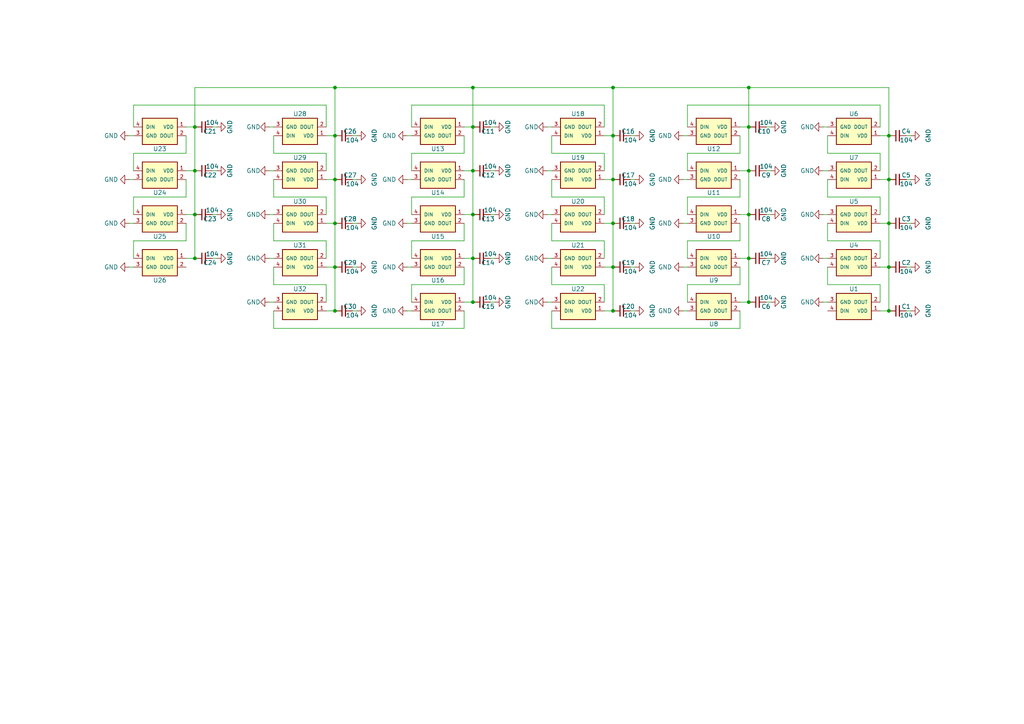
<source format=kicad_sch>
(kicad_sch (version 20230121) (generator eeschema)
  (paper "A4")
  (lib_symbols
    (symbol "Device:C_Small" (pin_numbers hide) (pin_names (offset 0.254) hide)
      (property "Reference" "C" (at 0.254 1.778 0))
      (property "Value" "C_Small" (at 0.254 -2.032 0))
      (symbol "C_Small_0_1"
        (polyline (pts (xy -1.524 -0.508) (xy 1.524 -0.508)) (stroke (width 0.3302)))
        (polyline (pts (xy -1.524 0.508) (xy 1.524 0.508)) (stroke (width 0.3048)))
      )
      (symbol "C_Small_1_1"
        (pin passive line (at 0 2.54 270) (length 2.032) (name "~") (number "1"))
        (pin passive line (at 0 -2.54 90) (length 2.032) (name "~") (number "2"))
      )
    )
    (symbol "SofleKeyboard:SK6812MINI-E" (pin_names (offset 1.016))
      (property "Reference" "U" (at 0 5.08 0))
      (property "Value" "SK6812MINI-E" (at 0 -5.08 0))
      (symbol "SK6812MINI-E_0_0"
        (rectangle (start -5.08 3.81) (end 5.08 -3.81) (stroke (width 0.254)) (fill (type background)))
      )
      (symbol "SK6812MINI-E_1_0"
        (pin power_in line (at -7.62 1.27 0) (length 2.54) (name "VDD") (number "1"))
        (pin output line (at -7.62 -1.27 0) (length 2.54) (name "DOUT") (number "2"))
        (pin bidirectional line (at 7.62 -1.27 180) (length 2.54) (name "GND") (number "3"))
        (pin power_in line (at 7.62 1.27 180) (length 2.54) (name "DIN") (number "4"))
      )
    )
    (symbol "power:GND" (power) (pin_names (offset 0))
      (property "Value" "GND" (at 0 -3.81 0))
      (symbol "GND_0_1"
        (polyline (pts (xy 0 0) (xy 0 -1.27) (xy 1.27 -1.27) (xy 0 -2.54) (xy -1.27 -1.27) (xy 0 -1.27)))
      )
      (symbol "GND_1_1"
        (pin power_in line (at 0 0 270) (length 0) hide (name "GND") (number "1"))
      )
    )
  )
  (junction (at 97.155 39.37))
  (junction (at 217.17 25.4))
  (junction (at 97.155 52.07))
  (junction (at 56.515 74.93))
  (junction (at 217.17 36.83))
  (junction (at 257.81 39.37))
  (junction (at 177.8 64.77))
  (junction (at 97.155 77.47))
  (junction (at 257.81 52.07))
  (junction (at 97.155 25.4))
  (junction (at 137.16 62.23))
  (junction (at 56.515 49.53))
  (junction (at 137.16 36.83))
  (junction (at 217.17 49.53))
  (junction (at 217.17 87.63))
  (junction (at 97.155 64.77))
  (junction (at 217.17 74.93))
  (junction (at 97.155 90.17))
  (junction (at 177.8 52.07))
  (junction (at 217.17 62.23))
  (junction (at 137.16 49.53))
  (junction (at 137.16 25.4))
  (junction (at 257.81 64.77))
  (junction (at 257.81 77.47))
  (junction (at 137.16 74.93))
  (junction (at 177.8 25.4))
  (junction (at 177.8 39.37))
  (junction (at 137.16 87.63))
  (junction (at 56.515 62.23))
  (junction (at 56.515 36.83))
  (junction (at 177.8 90.17))
  (junction (at 177.8 77.47))
  (junction (at 257.81 90.17))
  (wire (pts (xy 97.155 52.07) (xy 97.155 64.77)))
  (wire (pts (xy 37.465 39.37) (xy 38.735 39.37)))
  (wire (pts (xy 158.75 36.83) (xy 160.02 36.83)))
  (wire (pts (xy 184.15 64.77) (xy 182.88 64.77)))
  (wire (pts (xy 198.12 64.77) (xy 199.39 64.77)))
  (wire (pts (xy 94.615 62.23) (xy 94.615 57.15)))
  (wire (pts (xy 134.62 90.17) (xy 134.62 95.25)))
  (wire (pts (xy 103.505 52.07) (xy 102.235 52.07)))
  (wire (pts (xy 158.75 87.63) (xy 160.02 87.63)))
  (wire (pts (xy 214.63 44.45) (xy 199.39 44.45)))
  (wire (pts (xy 118.11 64.77) (xy 119.38 64.77)))
  (wire (pts (xy 184.15 52.07) (xy 182.88 52.07)))
  (wire (pts (xy 119.38 49.53) (xy 119.38 44.45)))
  (wire (pts (xy 160.02 64.77) (xy 160.02 69.85)))
  (wire (pts (xy 119.38 36.83) (xy 119.38 30.48)))
  (wire (pts (xy 217.17 36.83) (xy 217.17 49.53)))
  (wire (pts (xy 255.27 57.15) (xy 240.03 57.15)))
  (wire (pts (xy 177.8 52.07) (xy 175.26 52.07)))
  (wire (pts (xy 118.11 90.17) (xy 119.38 90.17)))
  (wire (pts (xy 223.52 87.63) (xy 222.25 87.63)))
  (wire (pts (xy 94.615 69.85) (xy 79.375 69.85)))
  (wire (pts (xy 137.16 87.63) (xy 134.62 87.63)))
  (wire (pts (xy 56.515 62.23) (xy 56.515 74.93)))
  (wire (pts (xy 160.02 95.25) (xy 214.63 95.25)))
  (wire (pts (xy 175.26 30.48) (xy 175.26 36.83)))
  (wire (pts (xy 240.03 52.07) (xy 240.03 57.15)))
  (wire (pts (xy 56.515 62.23) (xy 53.975 62.23)))
  (wire (pts (xy 223.52 74.93) (xy 222.25 74.93)))
  (wire (pts (xy 198.12 77.47) (xy 199.39 77.47)))
  (wire (pts (xy 184.15 39.37) (xy 182.88 39.37)))
  (wire (pts (xy 53.975 44.45) (xy 38.735 44.45)))
  (wire (pts (xy 198.12 90.17) (xy 199.39 90.17)))
  (wire (pts (xy 184.15 77.47) (xy 182.88 77.47)))
  (wire (pts (xy 97.155 39.37) (xy 94.615 39.37)))
  (wire (pts (xy 264.16 77.47) (xy 262.89 77.47)))
  (wire (pts (xy 143.51 36.83) (xy 142.24 36.83)))
  (wire (pts (xy 118.11 52.07) (xy 119.38 52.07)))
  (wire (pts (xy 134.62 57.15) (xy 119.38 57.15)))
  (wire (pts (xy 143.51 74.93) (xy 142.24 74.93)))
  (wire (pts (xy 97.155 77.47) (xy 97.155 90.17)))
  (wire (pts (xy 257.81 39.37) (xy 257.81 52.07)))
  (wire (pts (xy 264.16 52.07) (xy 262.89 52.07)))
  (wire (pts (xy 143.51 87.63) (xy 142.24 87.63)))
  (wire (pts (xy 78.105 74.93) (xy 79.375 74.93)))
  (wire (pts (xy 137.16 74.93) (xy 137.16 87.63)))
  (wire (pts (xy 160.02 52.07) (xy 160.02 57.15)))
  (wire (pts (xy 118.11 77.47) (xy 119.38 77.47)))
  (wire (pts (xy 184.15 90.17) (xy 182.88 90.17)))
  (wire (pts (xy 78.105 36.83) (xy 79.375 36.83)))
  (wire (pts (xy 134.62 95.25) (xy 79.375 95.25)))
  (wire (pts (xy 119.38 30.48) (xy 175.26 30.48)))
  (wire (pts (xy 103.505 39.37) (xy 102.235 39.37)))
  (wire (pts (xy 94.615 82.55) (xy 79.375 82.55)))
  (wire (pts (xy 223.52 62.23) (xy 222.25 62.23)))
  (wire (pts (xy 62.865 74.93) (xy 61.595 74.93)))
  (wire (pts (xy 214.63 52.07) (xy 214.63 57.15)))
  (wire (pts (xy 97.155 52.07) (xy 94.615 52.07)))
  (wire (pts (xy 257.81 77.47) (xy 255.27 77.47)))
  (wire (pts (xy 143.51 49.53) (xy 142.24 49.53)))
  (wire (pts (xy 103.505 90.17) (xy 102.235 90.17)))
  (wire (pts (xy 255.27 49.53) (xy 255.27 44.45)))
  (wire (pts (xy 62.865 62.23) (xy 61.595 62.23)))
  (wire (pts (xy 94.615 87.63) (xy 94.615 82.55)))
  (wire (pts (xy 175.26 57.15) (xy 160.02 57.15)))
  (wire (pts (xy 217.17 87.63) (xy 214.63 87.63)))
  (wire (pts (xy 137.16 62.23) (xy 137.16 74.93)))
  (wire (pts (xy 62.865 36.83) (xy 61.595 36.83)))
  (wire (pts (xy 238.76 49.53) (xy 240.03 49.53)))
  (wire (pts (xy 97.155 25.4) (xy 137.16 25.4)))
  (wire (pts (xy 94.615 57.15) (xy 79.375 57.15)))
  (wire (pts (xy 175.26 74.93) (xy 175.26 69.85)))
  (wire (pts (xy 199.39 30.48) (xy 255.27 30.48)))
  (wire (pts (xy 94.615 74.93) (xy 94.615 69.85)))
  (wire (pts (xy 257.81 64.77) (xy 257.81 77.47)))
  (wire (pts (xy 217.17 25.4) (xy 217.17 36.83)))
  (wire (pts (xy 257.81 52.07) (xy 257.81 64.77)))
  (wire (pts (xy 134.62 82.55) (xy 119.38 82.55)))
  (wire (pts (xy 38.735 62.23) (xy 38.735 57.15)))
  (wire (pts (xy 240.03 39.37) (xy 240.03 44.45)))
  (wire (pts (xy 214.63 82.55) (xy 199.39 82.55)))
  (wire (pts (xy 53.975 64.77) (xy 53.975 69.85)))
  (wire (pts (xy 53.975 57.15) (xy 38.735 57.15)))
  (wire (pts (xy 257.81 52.07) (xy 255.27 52.07)))
  (wire (pts (xy 79.375 39.37) (xy 79.375 44.45)))
  (wire (pts (xy 238.76 74.93) (xy 240.03 74.93)))
  (wire (pts (xy 177.8 64.77) (xy 177.8 77.47)))
  (wire (pts (xy 137.16 74.93) (xy 134.62 74.93)))
  (wire (pts (xy 94.615 30.48) (xy 94.615 36.83)))
  (wire (pts (xy 38.735 49.53) (xy 38.735 44.45)))
  (wire (pts (xy 56.515 36.83) (xy 53.975 36.83)))
  (wire (pts (xy 217.17 25.4) (xy 257.81 25.4)))
  (wire (pts (xy 257.81 90.17) (xy 255.27 90.17)))
  (wire (pts (xy 78.105 87.63) (xy 79.375 87.63)))
  (wire (pts (xy 158.75 74.93) (xy 160.02 74.93)))
  (wire (pts (xy 255.27 44.45) (xy 240.03 44.45)))
  (wire (pts (xy 177.8 52.07) (xy 177.8 64.77)))
  (wire (pts (xy 175.26 49.53) (xy 175.26 44.45)))
  (wire (pts (xy 137.16 25.4) (xy 177.8 25.4)))
  (wire (pts (xy 223.52 49.53) (xy 222.25 49.53)))
  (wire (pts (xy 217.17 74.93) (xy 214.63 74.93)))
  (wire (pts (xy 56.515 25.4) (xy 97.155 25.4)))
  (wire (pts (xy 217.17 49.53) (xy 217.17 62.23)))
  (wire (pts (xy 134.62 52.07) (xy 134.62 57.15)))
  (wire (pts (xy 255.27 82.55) (xy 240.03 82.55)))
  (wire (pts (xy 264.16 39.37) (xy 262.89 39.37)))
  (wire (pts (xy 38.735 36.83) (xy 38.735 30.48)))
  (wire (pts (xy 177.8 25.4) (xy 217.17 25.4)))
  (wire (pts (xy 199.39 87.63) (xy 199.39 82.55)))
  (wire (pts (xy 143.51 62.23) (xy 142.24 62.23)))
  (wire (pts (xy 160.02 77.47) (xy 160.02 82.55)))
  (wire (pts (xy 217.17 62.23) (xy 214.63 62.23)))
  (wire (pts (xy 137.16 49.53) (xy 137.16 62.23)))
  (wire (pts (xy 175.26 82.55) (xy 160.02 82.55)))
  (wire (pts (xy 255.27 87.63) (xy 255.27 82.55)))
  (wire (pts (xy 137.16 62.23) (xy 134.62 62.23)))
  (wire (pts (xy 214.63 64.77) (xy 214.63 69.85)))
  (wire (pts (xy 177.8 64.77) (xy 175.26 64.77)))
  (wire (pts (xy 134.62 64.77) (xy 134.62 69.85)))
  (wire (pts (xy 158.75 62.23) (xy 160.02 62.23)))
  (wire (pts (xy 37.465 77.47) (xy 38.735 77.47)))
  (wire (pts (xy 257.81 64.77) (xy 255.27 64.77)))
  (wire (pts (xy 160.02 39.37) (xy 160.02 44.45)))
  (wire (pts (xy 255.27 62.23) (xy 255.27 57.15)))
  (wire (pts (xy 238.76 62.23) (xy 240.03 62.23)))
  (wire (pts (xy 134.62 44.45) (xy 119.38 44.45)))
  (wire (pts (xy 198.12 39.37) (xy 199.39 39.37)))
  (wire (pts (xy 56.515 74.93) (xy 53.975 74.93)))
  (wire (pts (xy 103.505 64.77) (xy 102.235 64.77)))
  (wire (pts (xy 257.81 77.47) (xy 257.81 90.17)))
  (wire (pts (xy 79.375 52.07) (xy 79.375 57.15)))
  (wire (pts (xy 103.505 77.47) (xy 102.235 77.47)))
  (wire (pts (xy 175.26 44.45) (xy 160.02 44.45)))
  (wire (pts (xy 199.39 74.93) (xy 199.39 69.85)))
  (wire (pts (xy 264.16 90.17) (xy 262.89 90.17)))
  (wire (pts (xy 53.975 39.37) (xy 53.975 44.45)))
  (wire (pts (xy 97.155 39.37) (xy 97.155 52.07)))
  (wire (pts (xy 56.515 36.83) (xy 56.515 25.4)))
  (wire (pts (xy 175.26 62.23) (xy 175.26 57.15)))
  (wire (pts (xy 97.155 90.17) (xy 94.615 90.17)))
  (wire (pts (xy 214.63 77.47) (xy 214.63 82.55)))
  (wire (pts (xy 240.03 77.47) (xy 240.03 82.55)))
  (wire (pts (xy 53.975 52.07) (xy 53.975 57.15)))
  (wire (pts (xy 177.8 39.37) (xy 177.8 52.07)))
  (wire (pts (xy 214.63 95.25) (xy 214.63 90.17)))
  (wire (pts (xy 94.615 49.53) (xy 94.615 44.45)))
  (wire (pts (xy 37.465 52.07) (xy 38.735 52.07)))
  (wire (pts (xy 119.38 74.93) (xy 119.38 69.85)))
  (wire (pts (xy 238.76 36.83) (xy 240.03 36.83)))
  (wire (pts (xy 199.39 62.23) (xy 199.39 57.15)))
  (wire (pts (xy 255.27 30.48) (xy 255.27 36.83)))
  (wire (pts (xy 137.16 36.83) (xy 134.62 36.83)))
  (wire (pts (xy 264.16 64.77) (xy 262.89 64.77)))
  (wire (pts (xy 257.81 39.37) (xy 255.27 39.37)))
  (wire (pts (xy 199.39 36.83) (xy 199.39 30.48)))
  (wire (pts (xy 137.16 36.83) (xy 137.16 49.53)))
  (wire (pts (xy 214.63 39.37) (xy 214.63 44.45)))
  (wire (pts (xy 199.39 49.53) (xy 199.39 44.45)))
  (wire (pts (xy 134.62 69.85) (xy 119.38 69.85)))
  (wire (pts (xy 214.63 57.15) (xy 199.39 57.15)))
  (wire (pts (xy 217.17 74.93) (xy 217.17 87.63)))
  (wire (pts (xy 240.03 64.77) (xy 240.03 69.85)))
  (wire (pts (xy 134.62 77.47) (xy 134.62 82.55)))
  (wire (pts (xy 217.17 62.23) (xy 217.17 74.93)))
  (wire (pts (xy 94.615 44.45) (xy 79.375 44.45)))
  (wire (pts (xy 137.16 25.4) (xy 137.16 36.83)))
  (wire (pts (xy 177.8 77.47) (xy 175.26 77.47)))
  (wire (pts (xy 214.63 69.85) (xy 199.39 69.85)))
  (wire (pts (xy 177.8 90.17) (xy 175.26 90.17)))
  (wire (pts (xy 177.8 77.47) (xy 177.8 90.17)))
  (wire (pts (xy 79.375 64.77) (xy 79.375 69.85)))
  (wire (pts (xy 79.375 95.25) (xy 79.375 90.17)))
  (wire (pts (xy 56.515 36.83) (xy 56.515 49.53)))
  (wire (pts (xy 56.515 49.53) (xy 56.515 62.23)))
  (wire (pts (xy 38.735 74.93) (xy 38.735 69.85)))
  (wire (pts (xy 97.155 25.4) (xy 97.155 39.37)))
  (wire (pts (xy 160.02 90.17) (xy 160.02 95.25)))
  (wire (pts (xy 53.975 69.85) (xy 38.735 69.85)))
  (wire (pts (xy 97.155 77.47) (xy 94.615 77.47)))
  (wire (pts (xy 257.81 25.4) (xy 257.81 39.37)))
  (wire (pts (xy 78.105 49.53) (xy 79.375 49.53)))
  (wire (pts (xy 119.38 87.63) (xy 119.38 82.55)))
  (wire (pts (xy 137.16 49.53) (xy 134.62 49.53)))
  (wire (pts (xy 217.17 36.83) (xy 214.63 36.83)))
  (wire (pts (xy 217.17 49.53) (xy 214.63 49.53)))
  (wire (pts (xy 37.465 64.77) (xy 38.735 64.77)))
  (wire (pts (xy 175.26 87.63) (xy 175.26 82.55)))
  (wire (pts (xy 177.8 39.37) (xy 175.26 39.37)))
  (wire (pts (xy 119.38 62.23) (xy 119.38 57.15)))
  (wire (pts (xy 198.12 52.07) (xy 199.39 52.07)))
  (wire (pts (xy 97.155 64.77) (xy 97.155 77.47)))
  (wire (pts (xy 255.27 74.93) (xy 255.27 69.85)))
  (wire (pts (xy 177.8 25.4) (xy 177.8 39.37)))
  (wire (pts (xy 79.375 77.47) (xy 79.375 82.55)))
  (wire (pts (xy 158.75 49.53) (xy 160.02 49.53)))
  (wire (pts (xy 118.11 39.37) (xy 119.38 39.37)))
  (wire (pts (xy 134.62 39.37) (xy 134.62 44.45)))
  (wire (pts (xy 56.515 49.53) (xy 53.975 49.53)))
  (wire (pts (xy 223.52 36.83) (xy 222.25 36.83)))
  (wire (pts (xy 255.27 69.85) (xy 240.03 69.85)))
  (wire (pts (xy 78.105 62.23) (xy 79.375 62.23)))
  (wire (pts (xy 62.865 49.53) (xy 61.595 49.53)))
  (wire (pts (xy 97.155 64.77) (xy 94.615 64.77)))
  (wire (pts (xy 38.735 30.48) (xy 94.615 30.48)))
  (wire (pts (xy 175.26 69.85) (xy 160.02 69.85)))
  (wire (pts (xy 238.76 87.63) (xy 240.03 87.63)))
  (symbol (lib_id "power:GND") (at 158.75 49.53 270) (unit 1)
    (property "Reference" "#PWR059" (effects hide))
    (property "Value" "GND" (at 156.21 49.53 90) (effects (justify right)))
  )
  (symbol (lib_id "SofleKeyboard:SK6812MINI-E") (at 167.64 88.9 180) (unit 1)
    (property "Reference" "U22" (at 167.64 83.82 0))
    (property "Value" " " (at 167.64 83.82 0))
    (property "Footprint" "SofleKeyboard-footprint:SK6812MINI-E" (effects hide))
  )
  (symbol (lib_id "SofleKeyboard:SK6812MINI-E") (at 127 63.5 0) (mirror y) (unit 1)
    (property "Reference" "U15" (at 127 68.58 0))
    (property "Value" " " (at 127 68.58 0))
    (property "Footprint" "SofleKeyboard-footprint:SK6812MINI-E" (effects hide))
  )
  (symbol (lib_id "Device:C_Small") (at 180.34 90.17 90) (mirror x) (unit 1)
    (property "Reference" "C20" (at 184.15 88.9 90) (effects (justify left)))
    (property "Value" "104" (at 184.785 91.44 90) (effects (justify left)))
  )
  (symbol (lib_id "Device:C_Small") (at 260.35 90.17 90) (mirror x) (unit 1)
    (property "Reference" "C1" (at 264.16 88.9 90) (effects (justify left)))
    (property "Value" "104" (at 264.795 91.44 90) (effects (justify left)))
  )
  (symbol (lib_id "power:GND") (at 223.52 87.63 90) (mirror x) (unit 1)
    (property "Reference" "#PWR043" (effects hide))
    (property "Value" "GND" (at 227.33 87.63 0))
  )
  (symbol (lib_id "power:GND") (at 37.465 64.77 270) (mirror x) (unit 1)
    (property "Reference" "#PWR070" (effects hide))
    (property "Value" "GND" (at 34.29 64.77 90) (effects (justify right)))
  )
  (symbol (lib_id "power:GND") (at 62.865 36.83 90) (mirror x) (unit 1)
    (property "Reference" "#PWR073" (effects hide))
    (property "Value" "GND" (at 66.675 36.83 0))
  )
  (symbol (lib_id "SofleKeyboard:SK6812MINI-E") (at 207.01 38.1 0) (mirror y) (unit 1)
    (property "Reference" "U12" (at 207.01 43.18 0))
    (property "Value" " " (at 207.01 43.18 0))
    (property "Footprint" "SofleKeyboard-footprint:SK6812MINI-E" (effects hide))
  )
  (symbol (lib_id "power:GND") (at 62.865 62.23 90) (mirror x) (unit 1)
    (property "Reference" "#PWR075" (effects hide))
    (property "Value" "GND" (at 66.675 62.23 0))
  )
  (symbol (lib_id "power:GND") (at 103.505 90.17 90) (unit 1)
    (property "Reference" "#PWR087" (effects hide))
    (property "Value" "GND" (at 108.585 90.17 0))
  )
  (symbol (lib_id "power:GND") (at 223.52 62.23 90) (mirror x) (unit 1)
    (property "Reference" "#PWR045" (effects hide))
    (property "Value" "GND" (at 227.33 62.23 0))
  )
  (symbol (lib_id "SofleKeyboard:SK6812MINI-E") (at 247.65 50.8 180) (unit 1)
    (property "Reference" "U7" (at 247.65 45.72 0))
    (property "Value" " " (at 247.65 45.72 0))
    (property "Footprint" "SofleKeyboard-footprint:SK6812MINI-E" (effects hide))
  )
  (symbol (lib_id "SofleKeyboard:SK6812MINI-E") (at 167.64 76.2 180) (unit 1)
    (property "Reference" "U21" (at 167.64 71.12 0))
    (property "Value" " " (at 167.64 71.12 0))
    (property "Footprint" "SofleKeyboard-footprint:SK6812MINI-E" (effects hide))
  )
  (symbol (lib_id "power:GND") (at 78.105 87.63 270) (unit 1)
    (property "Reference" "#PWR082" (effects hide))
    (property "Value" "GND" (at 75.565 87.63 90) (effects (justify right)))
  )
  (symbol (lib_id "Device:C_Small") (at 219.71 87.63 90) (unit 1)
    (property "Reference" "C6" (at 223.52 88.9 90) (effects (justify left)))
    (property "Value" "104" (at 224.155 86.36 90) (effects (justify left)))
  )
  (symbol (lib_id "power:GND") (at 184.15 64.77 90) (unit 1)
    (property "Reference" "#PWR065" (effects hide))
    (property "Value" "GND" (at 189.23 64.77 0))
  )
  (symbol (lib_id "power:GND") (at 118.11 39.37 270) (mirror x) (unit 1)
    (property "Reference" "#PWR048" (effects hide))
    (property "Value" "GND" (at 114.935 39.37 90) (effects (justify right)))
  )
  (symbol (lib_id "power:GND") (at 143.51 49.53 90) (mirror x) (unit 1)
    (property "Reference" "#PWR054" (effects hide))
    (property "Value" "GND" (at 147.32 49.53 0))
  )
  (symbol (lib_id "power:GND") (at 103.505 52.07 90) (unit 1)
    (property "Reference" "#PWR084" (effects hide))
    (property "Value" "GND" (at 108.585 52.07 0))
  )
  (symbol (lib_id "power:GND") (at 158.75 36.83 270) (unit 1)
    (property "Reference" "#PWR058" (effects hide))
    (property "Value" "GND" (at 156.21 36.83 90) (effects (justify right)))
  )
  (symbol (lib_id "power:GND") (at 118.11 52.07 270) (mirror x) (unit 1)
    (property "Reference" "#PWR049" (effects hide))
    (property "Value" "GND" (at 114.935 52.07 90) (effects (justify right)))
  )
  (symbol (lib_id "SofleKeyboard:SK6812MINI-E") (at 247.65 38.1 180) (unit 1)
    (property "Reference" "U6" (at 247.65 33.02 0))
    (property "Value" " " (at 247.65 33.02 0))
    (property "Footprint" "SofleKeyboard-footprint:SK6812MINI-E" (effects hide))
  )
  (symbol (lib_id "power:GND") (at 238.76 36.83 270) (unit 1)
    (property "Reference" "#PWR032" (effects hide))
    (property "Value" "GND" (at 236.22 36.83 90) (effects (justify right)))
  )
  (symbol (lib_id "power:GND") (at 78.105 49.53 270) (unit 1)
    (property "Reference" "#PWR079" (effects hide))
    (property "Value" "GND" (at 75.565 49.53 90) (effects (justify right)))
  )
  (symbol (lib_id "Device:C_Small") (at 59.055 62.23 90) (unit 1)
    (property "Reference" "C23" (at 62.865 63.5 90) (effects (justify left)))
    (property "Value" "104" (at 63.5 60.96 90) (effects (justify left)))
  )
  (symbol (lib_id "power:GND") (at 184.15 52.07 90) (unit 1)
    (property "Reference" "#PWR064" (effects hide))
    (property "Value" "GND" (at 189.23 52.07 0))
  )
  (symbol (lib_id "power:GND") (at 198.12 64.77 270) (mirror x) (unit 1)
    (property "Reference" "#PWR040" (effects hide))
    (property "Value" "GND" (at 194.945 64.77 90) (effects (justify right)))
  )
  (symbol (lib_id "Device:C_Small") (at 59.055 49.53 90) (unit 1)
    (property "Reference" "C22" (at 62.865 50.8 90) (effects (justify left)))
    (property "Value" "104" (at 63.5 48.26 90) (effects (justify left)))
  )
  (symbol (lib_id "Device:C_Small") (at 99.695 39.37 90) (mirror x) (unit 1)
    (property "Reference" "C26" (at 103.505 38.1 90) (effects (justify left)))
    (property "Value" "104" (at 104.14 40.64 90) (effects (justify left)))
  )
  (symbol (lib_id "power:GND") (at 223.52 49.53 90) (mirror x) (unit 1)
    (property "Reference" "#PWR046" (effects hide))
    (property "Value" "GND" (at 227.33 49.53 0))
  )
  (symbol (lib_id "SofleKeyboard:SK6812MINI-E") (at 207.01 76.2 0) (mirror y) (unit 1)
    (property "Reference" "U9" (at 207.01 81.28 0))
    (property "Value" " " (at 207.01 81.28 0))
    (property "Footprint" "SofleKeyboard-footprint:SK6812MINI-E" (effects hide))
  )
  (symbol (lib_id "power:GND") (at 238.76 62.23 270) (unit 1)
    (property "Reference" "#PWR030" (effects hide))
    (property "Value" "GND" (at 236.22 62.23 90) (effects (justify right)))
  )
  (symbol (lib_id "Device:C_Small") (at 260.35 52.07 90) (mirror x) (unit 1)
    (property "Reference" "C5" (at 264.16 50.8 90) (effects (justify left)))
    (property "Value" "104" (at 264.795 53.34 90) (effects (justify left)))
  )
  (symbol (lib_id "power:GND") (at 198.12 77.47 270) (mirror x) (unit 1)
    (property "Reference" "#PWR039" (effects hide))
    (property "Value" "GND" (at 194.945 77.47 90) (effects (justify right)))
  )
  (symbol (lib_id "power:GND") (at 264.16 90.17 90) (unit 1)
    (property "Reference" "#PWR021" (effects hide))
    (property "Value" "GND" (at 269.24 90.17 0))
  )
  (symbol (lib_id "power:GND") (at 118.11 64.77 270) (mirror x) (unit 1)
    (property "Reference" "#PWR050" (effects hide))
    (property "Value" "GND" (at 114.935 64.77 90) (effects (justify right)))
  )
  (symbol (lib_id "SofleKeyboard:SK6812MINI-E") (at 167.64 50.8 180) (unit 1)
    (property "Reference" "U19" (at 167.64 45.72 0))
    (property "Value" " " (at 167.64 45.72 0))
    (property "Footprint" "SofleKeyboard-footprint:SK6812MINI-E" (effects hide))
  )
  (symbol (lib_id "power:GND") (at 78.105 74.93 270) (unit 1)
    (property "Reference" "#PWR081" (effects hide))
    (property "Value" "GND" (at 75.565 74.93 90) (effects (justify right)))
  )
  (symbol (lib_id "Device:C_Small") (at 260.35 64.77 90) (mirror x) (unit 1)
    (property "Reference" "C3" (at 264.16 63.5 90) (effects (justify left)))
    (property "Value" "104" (at 264.795 66.04 90) (effects (justify left)))
  )
  (symbol (lib_id "SofleKeyboard:SK6812MINI-E") (at 127 38.1 0) (mirror y) (unit 1)
    (property "Reference" "U13" (at 127 43.18 0))
    (property "Value" " " (at 127 43.18 0))
    (property "Footprint" "SofleKeyboard-footprint:SK6812MINI-E" (effects hide))
  )
  (symbol (lib_id "power:GND") (at 37.465 52.07 270) (mirror x) (unit 1)
    (property "Reference" "#PWR069" (effects hide))
    (property "Value" "GND" (at 34.29 52.07 90) (effects (justify right)))
  )
  (symbol (lib_id "SofleKeyboard:SK6812MINI-E") (at 46.355 63.5 0) (mirror y) (unit 1)
    (property "Reference" "U25" (at 46.355 68.58 0))
    (property "Value" " " (at 46.355 68.58 0))
    (property "Footprint" "SofleKeyboard-footprint:SK6812MINI-E" (effects hide))
  )
  (symbol (lib_id "Device:C_Small") (at 59.055 36.83 90) (unit 1)
    (property "Reference" "C21" (at 62.865 38.1 90) (effects (justify left)))
    (property "Value" "104" (at 63.5 35.56 90) (effects (justify left)))
  )
  (symbol (lib_id "SofleKeyboard:SK6812MINI-E") (at 86.995 63.5 180) (unit 1)
    (property "Reference" "U30" (at 86.995 58.42 0))
    (property "Value" " " (at 86.995 58.42 0))
    (property "Footprint" "SofleKeyboard-footprint:SK6812MINI-E" (effects hide))
  )
  (symbol (lib_id "SofleKeyboard:SK6812MINI-E") (at 46.355 50.8 0) (mirror y) (unit 1)
    (property "Reference" "U24" (at 46.355 55.88 0))
    (property "Value" " " (at 46.355 55.88 0))
    (property "Footprint" "SofleKeyboard-footprint:SK6812MINI-E" (effects hide))
  )
  (symbol (lib_id "power:GND") (at 103.505 64.77 90) (unit 1)
    (property "Reference" "#PWR085" (effects hide))
    (property "Value" "GND" (at 108.585 64.77 0))
  )
  (symbol (lib_id "power:GND") (at 37.465 77.47 270) (mirror x) (unit 1)
    (property "Reference" "#PWR071" (effects hide))
    (property "Value" "GND" (at 34.29 77.47 90) (effects (justify right)))
  )
  (symbol (lib_id "SofleKeyboard:SK6812MINI-E") (at 207.01 63.5 0) (mirror y) (unit 1)
    (property "Reference" "U10" (at 207.01 68.58 0))
    (property "Value" " " (at 207.01 68.58 0))
    (property "Footprint" "SofleKeyboard-footprint:SK6812MINI-E" (effects hide))
  )
  (symbol (lib_id "power:GND") (at 143.51 62.23 90) (mirror x) (unit 1)
    (property "Reference" "#PWR055" (effects hide))
    (property "Value" "GND" (at 147.32 62.23 0))
  )
  (symbol (lib_id "power:GND") (at 264.16 64.77 90) (unit 1)
    (property "Reference" "#PWR031" (effects hide))
    (property "Value" "GND" (at 269.24 64.77 0))
  )
  (symbol (lib_id "power:GND") (at 184.15 39.37 90) (unit 1)
    (property "Reference" "#PWR063" (effects hide))
    (property "Value" "GND" (at 189.23 39.37 0))
  )
  (symbol (lib_id "power:GND") (at 264.16 52.07 90) (unit 1)
    (property "Reference" "#PWR037" (effects hide))
    (property "Value" "GND" (at 269.24 52.07 0))
  )
  (symbol (lib_id "Device:C_Small") (at 139.7 74.93 90) (unit 1)
    (property "Reference" "C14" (at 143.51 76.2 90) (effects (justify left)))
    (property "Value" "104" (at 144.145 73.66 90) (effects (justify left)))
  )
  (symbol (lib_id "SofleKeyboard:SK6812MINI-E") (at 247.65 63.5 180) (unit 1)
    (property "Reference" "U5" (at 247.65 58.42 0))
    (property "Value" " " (at 247.65 58.42 0))
    (property "Footprint" "SofleKeyboard-footprint:SK6812MINI-E" (effects hide))
  )
  (symbol (lib_id "SofleKeyboard:SK6812MINI-E") (at 86.995 76.2 180) (unit 1)
    (property "Reference" "U31" (at 86.995 71.12 0))
    (property "Value" " " (at 86.995 71.12 0))
    (property "Footprint" "SofleKeyboard-footprint:SK6812MINI-E" (effects hide))
  )
  (symbol (lib_id "SofleKeyboard:SK6812MINI-E") (at 247.65 76.2 180) (unit 1)
    (property "Reference" "U4" (at 247.65 71.12 0))
    (property "Value" " " (at 247.65 71.12 0))
    (property "Footprint" "SofleKeyboard-footprint:SK6812MINI-E" (effects hide))
  )
  (symbol (lib_id "power:GND") (at 223.52 36.83 90) (mirror x) (unit 1)
    (property "Reference" "#PWR047" (effects hide))
    (property "Value" "GND" (at 227.33 36.83 0))
  )
  (symbol (lib_id "Device:C_Small") (at 139.7 49.53 90) (unit 1)
    (property "Reference" "C12" (at 143.51 50.8 90) (effects (justify left)))
    (property "Value" "104" (at 144.145 48.26 90) (effects (justify left)))
  )
  (symbol (lib_id "SofleKeyboard:SK6812MINI-E") (at 86.995 38.1 180) (unit 1)
    (property "Reference" "U28" (at 86.995 33.02 0))
    (property "Value" " " (at 86.995 33.02 0))
    (property "Footprint" "SofleKeyboard-footprint:SK6812MINI-E" (effects hide))
  )
  (symbol (lib_id "Device:C_Small") (at 99.695 77.47 90) (mirror x) (unit 1)
    (property "Reference" "C29" (at 103.505 76.2 90) (effects (justify left)))
    (property "Value" "104" (at 104.14 78.74 90) (effects (justify left)))
  )
  (symbol (lib_id "SofleKeyboard:SK6812MINI-E") (at 167.64 38.1 180) (unit 1)
    (property "Reference" "U18" (at 167.64 33.02 0))
    (property "Value" " " (at 167.64 33.02 0))
    (property "Footprint" "SofleKeyboard-footprint:SK6812MINI-E" (effects hide))
  )
  (symbol (lib_id "Device:C_Small") (at 180.34 52.07 90) (mirror x) (unit 1)
    (property "Reference" "C17" (at 184.15 50.8 90) (effects (justify left)))
    (property "Value" "104" (at 184.785 53.34 90) (effects (justify left)))
  )
  (symbol (lib_id "SofleKeyboard:SK6812MINI-E") (at 127 88.9 0) (mirror y) (unit 1)
    (property "Reference" "U17" (at 127 93.98 0))
    (property "Value" " " (at 127 93.98 0))
    (property "Footprint" "SofleKeyboard-footprint:SK6812MINI-E" (effects hide))
  )
  (symbol (lib_id "power:GND") (at 198.12 90.17 270) (mirror x) (unit 1)
    (property "Reference" "#PWR038" (effects hide))
    (property "Value" "GND" (at 194.945 90.17 90) (effects (justify right)))
  )
  (symbol (lib_id "power:GND") (at 198.12 52.07 270) (mirror x) (unit 1)
    (property "Reference" "#PWR041" (effects hide))
    (property "Value" "GND" (at 194.945 52.07 90) (effects (justify right)))
  )
  (symbol (lib_id "Device:C_Small") (at 180.34 39.37 90) (mirror x) (unit 1)
    (property "Reference" "C16" (at 184.15 38.1 90) (effects (justify left)))
    (property "Value" "104" (at 184.785 40.64 90) (effects (justify left)))
  )
  (symbol (lib_id "SofleKeyboard:SK6812MINI-E") (at 86.995 88.9 180) (unit 1)
    (property "Reference" "U32" (at 86.995 83.82 0))
    (property "Value" " " (at 86.995 83.82 0))
    (property "Footprint" "SofleKeyboard-footprint:SK6812MINI-E" (effects hide))
  )
  (symbol (lib_id "Device:C_Small") (at 260.35 77.47 90) (mirror x) (unit 1)
    (property "Reference" "C2" (at 264.16 76.2 90) (effects (justify left)))
    (property "Value" "104" (at 264.795 78.74 90) (effects (justify left)))
  )
  (symbol (lib_id "power:GND") (at 103.505 39.37 90) (unit 1)
    (property "Reference" "#PWR083" (effects hide))
    (property "Value" "GND" (at 108.585 39.37 0))
  )
  (symbol (lib_id "SofleKeyboard:SK6812MINI-E") (at 207.01 88.9 0) (mirror y) (unit 1)
    (property "Reference" "U8" (at 207.01 93.98 0))
    (property "Value" " " (at 207.01 93.98 0))
    (property "Footprint" "SofleKeyboard-footprint:SK6812MINI-E" (effects hide))
  )
  (symbol (lib_id "power:GND") (at 37.465 39.37 270) (mirror x) (unit 1)
    (property "Reference" "#PWR068" (effects hide))
    (property "Value" "GND" (at 34.29 39.37 90) (effects (justify right)))
  )
  (symbol (lib_id "Device:C_Small") (at 139.7 87.63 90) (unit 1)
    (property "Reference" "C15" (at 143.51 88.9 90) (effects (justify left)))
    (property "Value" "104" (at 144.145 86.36 90) (effects (justify left)))
  )
  (symbol (lib_id "Device:C_Small") (at 180.34 64.77 90) (mirror x) (unit 1)
    (property "Reference" "C18" (at 184.15 63.5 90) (effects (justify left)))
    (property "Value" "104" (at 184.785 66.04 90) (effects (justify left)))
  )
  (symbol (lib_id "Device:C_Small") (at 180.34 77.47 90) (mirror x) (unit 1)
    (property "Reference" "C19" (at 184.15 76.2 90) (effects (justify left)))
    (property "Value" "104" (at 184.785 78.74 90) (effects (justify left)))
  )
  (symbol (lib_id "power:GND") (at 62.865 74.93 90) (mirror x) (unit 1)
    (property "Reference" "#PWR076" (effects hide))
    (property "Value" "GND" (at 66.675 74.93 0))
  )
  (symbol (lib_id "Device:C_Small") (at 260.35 39.37 90) (mirror x) (unit 1)
    (property "Reference" "C4" (at 264.16 38.1 90) (effects (justify left)))
    (property "Value" "104" (at 264.795 40.64 90) (effects (justify left)))
  )
  (symbol (lib_id "SofleKeyboard:SK6812MINI-E") (at 46.355 38.1 0) (mirror y) (unit 1)
    (property "Reference" "U23" (at 46.355 43.18 0))
    (property "Value" " " (at 46.355 43.18 0))
    (property "Footprint" "SofleKeyboard-footprint:SK6812MINI-E" (effects hide))
  )
  (symbol (lib_id "power:GND") (at 184.15 77.47 90) (unit 1)
    (property "Reference" "#PWR066" (effects hide))
    (property "Value" "GND" (at 189.23 77.47 0))
  )
  (symbol (lib_id "Device:C_Small") (at 139.7 36.83 90) (unit 1)
    (property "Reference" "C11" (at 143.51 38.1 90) (effects (justify left)))
    (property "Value" "104" (at 144.145 35.56 90) (effects (justify left)))
  )
  (symbol (lib_id "SofleKeyboard:SK6812MINI-E") (at 86.995 50.8 180) (unit 1)
    (property "Reference" "U29" (at 86.995 45.72 0))
    (property "Value" " " (at 86.995 45.72 0))
    (property "Footprint" "SofleKeyboard-footprint:SK6812MINI-E" (effects hide))
  )
  (symbol (lib_id "power:GND") (at 184.15 90.17 90) (unit 1)
    (property "Reference" "#PWR067" (effects hide))
    (property "Value" "GND" (at 189.23 90.17 0))
  )
  (symbol (lib_id "power:GND") (at 238.76 74.93 270) (unit 1)
    (property "Reference" "#PWR028" (effects hide))
    (property "Value" "GND" (at 236.22 74.93 90) (effects (justify right)))
  )
  (symbol (lib_id "power:GND") (at 103.505 77.47 90) (unit 1)
    (property "Reference" "#PWR086" (effects hide))
    (property "Value" "GND" (at 108.585 77.47 0))
  )
  (symbol (lib_id "SofleKeyboard:SK6812MINI-E") (at 207.01 50.8 0) (mirror y) (unit 1)
    (property "Reference" "U11" (at 207.01 55.88 0))
    (property "Value" " " (at 207.01 55.88 0))
    (property "Footprint" "SofleKeyboard-footprint:SK6812MINI-E" (effects hide))
  )
  (symbol (lib_id "Device:C_Small") (at 219.71 36.83 90) (unit 1)
    (property "Reference" "C10" (at 223.52 38.1 90) (effects (justify left)))
    (property "Value" "104" (at 224.155 35.56 90) (effects (justify left)))
  )
  (symbol (lib_id "power:GND") (at 62.865 49.53 90) (mirror x) (unit 1)
    (property "Reference" "#PWR074" (effects hide))
    (property "Value" "GND" (at 66.675 49.53 0))
  )
  (symbol (lib_id "power:GND") (at 78.105 62.23 270) (unit 1)
    (property "Reference" "#PWR080" (effects hide))
    (property "Value" "GND" (at 75.565 62.23 90) (effects (justify right)))
  )
  (symbol (lib_id "Device:C_Small") (at 59.055 74.93 90) (unit 1)
    (property "Reference" "C24" (at 62.865 76.2 90) (effects (justify left)))
    (property "Value" "104" (at 63.5 73.66 90) (effects (justify left)))
  )
  (symbol (lib_id "Device:C_Small") (at 139.7 62.23 90) (unit 1)
    (property "Reference" "C13" (at 143.51 63.5 90) (effects (justify left)))
    (property "Value" "104" (at 144.145 60.96 90) (effects (justify left)))
  )
  (symbol (lib_id "Device:C_Small") (at 99.695 64.77 90) (mirror x) (unit 1)
    (property "Reference" "C28" (at 103.505 63.5 90) (effects (justify left)))
    (property "Value" "104" (at 104.14 66.04 90) (effects (justify left)))
  )
  (symbol (lib_id "power:GND") (at 118.11 90.17 270) (mirror x) (unit 1)
    (property "Reference" "#PWR052" (effects hide))
    (property "Value" "GND" (at 114.935 90.17 90) (effects (justify right)))
  )
  (symbol (lib_id "power:GND") (at 158.75 62.23 270) (unit 1)
    (property "Reference" "#PWR060" (effects hide))
    (property "Value" "GND" (at 156.21 62.23 90) (effects (justify right)))
  )
  (symbol (lib_id "Device:C_Small") (at 219.71 62.23 90) (unit 1)
    (property "Reference" "C8" (at 223.52 63.5 90) (effects (justify left)))
    (property "Value" "104" (at 224.155 60.96 90) (effects (justify left)))
  )
  (symbol (lib_id "power:GND") (at 238.76 87.63 270) (unit 1)
    (property "Reference" "#PWR023" (effects hide))
    (property "Value" "GND" (at 236.22 87.63 90) (effects (justify right)))
  )
  (symbol (lib_id "power:GND") (at 238.76 49.53 270) (unit 1)
    (property "Reference" "#PWR035" (effects hide))
    (property "Value" "GND" (at 236.22 49.53 90) (effects (justify right)))
  )
  (symbol (lib_id "Device:C_Small") (at 219.71 74.93 90) (unit 1)
    (property "Reference" "C7" (at 223.52 76.2 90) (effects (justify left)))
    (property "Value" "104" (at 224.155 73.66 90) (effects (justify left)))
  )
  (symbol (lib_id "power:GND") (at 264.16 77.47 90) (unit 1)
    (property "Reference" "#PWR029" (effects hide))
    (property "Value" "GND" (at 269.24 77.47 0))
  )
  (symbol (lib_id "power:GND") (at 264.16 39.37 90) (unit 1)
    (property "Reference" "#PWR036" (effects hide))
    (property "Value" "GND" (at 269.24 39.37 0))
  )
  (symbol (lib_id "SofleKeyboard:SK6812MINI-E") (at 127 50.8 0) (mirror y) (unit 1)
    (property "Reference" "U14" (at 127 55.88 0))
    (property "Value" " " (at 127 55.88 0))
    (property "Footprint" "SofleKeyboard-footprint:SK6812MINI-E" (effects hide))
  )
  (symbol (lib_id "power:GND") (at 143.51 74.93 90) (mirror x) (unit 1)
    (property "Reference" "#PWR056" (effects hide))
    (property "Value" "GND" (at 147.32 74.93 0))
  )
  (symbol (lib_id "power:GND") (at 143.51 87.63 90) (mirror x) (unit 1)
    (property "Reference" "#PWR057" (effects hide))
    (property "Value" "GND" (at 147.32 87.63 0))
  )
  (symbol (lib_id "power:GND") (at 78.105 36.83 270) (unit 1)
    (property "Reference" "#PWR078" (effects hide))
    (property "Value" "GND" (at 75.565 36.83 90) (effects (justify right)))
  )
  (symbol (lib_id "Device:C_Small") (at 99.695 52.07 90) (mirror x) (unit 1)
    (property "Reference" "C27" (at 103.505 50.8 90) (effects (justify left)))
    (property "Value" "104" (at 104.14 53.34 90) (effects (justify left)))
  )
  (symbol (lib_id "power:GND") (at 118.11 77.47 270) (mirror x) (unit 1)
    (property "Reference" "#PWR051" (effects hide))
    (property "Value" "GND" (at 114.935 77.47 90) (effects (justify right)))
  )
  (symbol (lib_id "power:GND") (at 158.75 74.93 270) (unit 1)
    (property "Reference" "#PWR061" (effects hide))
    (property "Value" "GND" (at 156.21 74.93 90) (effects (justify right)))
  )
  (symbol (lib_id "SofleKeyboard:SK6812MINI-E") (at 127 76.2 0) (mirror y) (unit 1)
    (property "Reference" "U16" (at 127 81.28 0))
    (property "Value" " " (at 127 81.28 0))
    (property "Footprint" "SofleKeyboard-footprint:SK6812MINI-E" (effects hide))
  )
  (symbol (lib_id "SofleKeyboard:SK6812MINI-E") (at 167.64 63.5 180) (unit 1)
    (property "Reference" "U20" (at 167.64 58.42 0))
    (property "Value" " " (at 167.64 58.42 0))
    (property "Footprint" "SofleKeyboard-footprint:SK6812MINI-E" (effects hide))
  )
  (symbol (lib_id "power:GND") (at 223.52 74.93 90) (mirror x) (unit 1)
    (property "Reference" "#PWR044" (effects hide))
    (property "Value" "GND" (at 227.33 74.93 0))
  )
  (symbol (lib_id "power:GND") (at 143.51 36.83 90) (mirror x) (unit 1)
    (property "Reference" "#PWR053" (effects hide))
    (property "Value" "GND" (at 147.32 36.83 0))
  )
  (symbol (lib_id "power:GND") (at 198.12 39.37 270) (mirror x) (unit 1)
    (property "Reference" "#PWR042" (effects hide))
    (property "Value" "GND" (at 194.945 39.37 90) (effects (justify right)))
  )
  (symbol (lib_id "SofleKeyboard:SK6812MINI-E") (at 46.355 76.2 0) (mirror y) (unit 1)
    (property "Reference" "U26" (at 46.355 81.28 0))
    (property "Value" " " (at 46.355 81.28 0))
    (property "Footprint" "SofleKeyboard-footprint:SK6812MINI-E" (effects hide))
  )
  (symbol (lib_id "Device:C_Small") (at 99.695 90.17 90) (mirror x) (unit 1)
    (property "Reference" "C30" (at 103.505 88.9 90) (effects (justify left)))
    (property "Value" "104" (at 104.14 91.44 90) (effects (justify left)))
  )
  (symbol (lib_id "power:GND") (at 158.75 87.63 270) (unit 1)
    (property "Reference" "#PWR062" (effects hide))
    (property "Value" "GND" (at 156.21 87.63 90) (effects (justify right)))
  )
  (symbol (lib_id "Device:C_Small") (at 219.71 49.53 90) (unit 1)
    (property "Reference" "C9" (at 223.52 50.8 90) (effects (justify left)))
    (property "Value" "104" (at 224.155 48.26 90) (effects (justify left)))
  )
  (symbol (lib_id "SofleKeyboard:SK6812MINI-E") (at 247.65 88.9 180) (unit 1)
    (property "Reference" "U1" (at 247.65 83.82 0))
    (property "Value" " " (at 247.65 83.82 0))
    (property "Footprint" "SofleKeyboard-footprint:SK6812MINI-E" (effects hide))
  )
)
</source>
